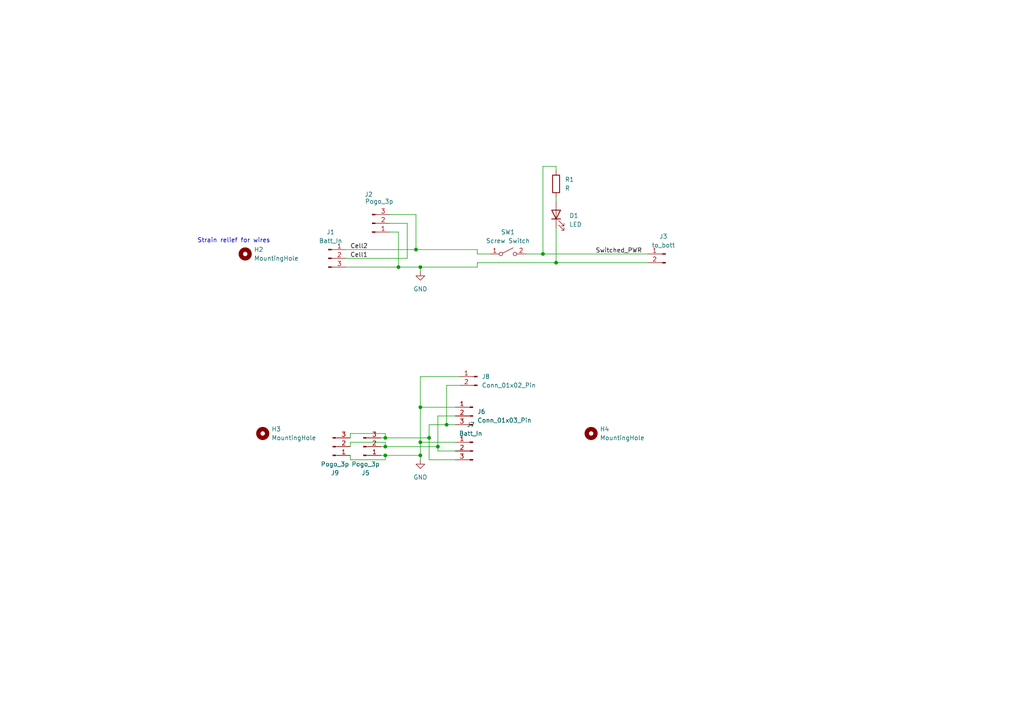
<source format=kicad_sch>
(kicad_sch (version 20231120) (generator "eeschema") (generator_version "8.0")
  (paper "A4")
  (lib_symbols
    (symbol "Connector:Conn_01x02_Pin" (pin_names (offset 1.016) hide)
      (property "Reference" "J" (at 0 2.54 0))
      (property "Value" "Conn_01x02_Pin" (at 0 -5.08 0))
      (symbol "Conn_01x02_Pin_1_1"
        (polyline (pts (xy 1.27 -2.54) (xy 0.8636 -2.54)) (stroke (width 0.1524)))
        (polyline (pts (xy 1.27 0) (xy 0.8636 0)) (stroke (width 0.1524)))
        (rectangle (start 0.8636 -2.413) (end 0 -2.667) (stroke (width 0.1524)) (fill (type outline)))
        (rectangle (start 0.8636 0.127) (end 0 -0.127) (stroke (width 0.1524)) (fill (type outline)))
        (pin passive line (at 5.08 0 180) (length 3.81) (name "Pin_1") (number "1"))
        (pin passive line (at 5.08 -2.54 180) (length 3.81) (name "Pin_2") (number "2"))
      )
    )
    (symbol "Connector:Conn_01x03_Pin" (pin_names (offset 1.016) hide)
      (property "Reference" "J" (at 0 5.08 0))
      (property "Value" "Conn_01x03_Pin" (at 0 -5.08 0))
      (symbol "Conn_01x03_Pin_1_1"
        (polyline (pts (xy 1.27 -2.54) (xy 0.8636 -2.54)) (stroke (width 0.1524)))
        (polyline (pts (xy 1.27 0) (xy 0.8636 0)) (stroke (width 0.1524)))
        (polyline (pts (xy 1.27 2.54) (xy 0.8636 2.54)) (stroke (width 0.1524)))
        (rectangle (start 0.8636 -2.413) (end 0 -2.667) (stroke (width 0.1524)) (fill (type outline)))
        (rectangle (start 0.8636 0.127) (end 0 -0.127) (stroke (width 0.1524)) (fill (type outline)))
        (rectangle (start 0.8636 2.667) (end 0 2.413) (stroke (width 0.1524)) (fill (type outline)))
        (pin passive line (at 5.08 2.54 180) (length 3.81) (name "Pin_1") (number "1"))
        (pin passive line (at 5.08 0 180) (length 3.81) (name "Pin_2") (number "2"))
        (pin passive line (at 5.08 -2.54 180) (length 3.81) (name "Pin_3") (number "3"))
      )
    )
    (symbol "Device:LED" (pin_numbers hide) (pin_names (offset 1.016) hide)
      (property "Reference" "D" (at 0 2.54 0))
      (property "Value" "LED" (at 0 -2.54 0))
      (symbol "LED_0_1"
        (polyline (pts (xy -1.27 -1.27) (xy -1.27 1.27)) (stroke (width 0.254)))
        (polyline (pts (xy -1.27 0) (xy 1.27 0)))
        (polyline (pts (xy 1.27 -1.27) (xy 1.27 1.27) (xy -1.27 0) (xy 1.27 -1.27)) (stroke (width 0.254)))
        (polyline (pts (xy -3.048 -0.762) (xy -4.572 -2.286) (xy -3.81 -2.286) (xy -4.572 -2.286) (xy -4.572 -1.524)))
        (polyline (pts (xy -1.778 -0.762) (xy -3.302 -2.286) (xy -2.54 -2.286) (xy -3.302 -2.286) (xy -3.302 -1.524)))
      )
      (symbol "LED_1_1"
        (pin passive line (at -3.81 0 0) (length 2.54) (name "K") (number "1"))
        (pin passive line (at 3.81 0 180) (length 2.54) (name "A") (number "2"))
      )
    )
    (symbol "Device:R" (pin_numbers hide) (pin_names (offset 0))
      (property "Reference" "R" (at 2.032 0 90))
      (property "Value" "R" (at 0 0 90))
      (symbol "R_0_1"
        (rectangle (start -1.016 -2.54) (end 1.016 2.54) (stroke (width 0.254)))
      )
      (symbol "R_1_1"
        (pin passive line (at 0 3.81 270) (length 1.27) (name "~") (number "1"))
        (pin passive line (at 0 -3.81 90) (length 1.27) (name "~") (number "2"))
      )
    )
    (symbol "Mechanical:MountingHole" (pin_names (offset 1.016)) (exclude_from_sim yes) (in_bom no)
      (property "Reference" "H" (at 0 5.08 0))
      (property "Value" "MountingHole" (at 0 3.175 0))
      (symbol "MountingHole_0_1"
        (circle (center 0 0) (radius 1.27) (stroke (width 1.27)))
      )
    )
    (symbol "Switch:SW_SPST" (pin_names (offset 0) hide)
      (property "Reference" "SW" (at 0 3.175 0))
      (property "Value" "SW_SPST" (at 0 -2.54 0))
      (symbol "SW_SPST_0_0"
        (circle (center -2.032 0) (radius 0.508))
        (polyline (pts (xy -1.524 0.254) (xy 1.524 1.778)))
        (circle (center 2.032 0) (radius 0.508))
      )
      (symbol "SW_SPST_1_1"
        (pin passive line (at -5.08 0 0) (length 2.54) (name "A") (number "1"))
        (pin passive line (at 5.08 0 180) (length 2.54) (name "B") (number "2"))
      )
    )
    (symbol "power:GND" (power) (pin_numbers hide) (pin_names (offset 0) hide)
      (property "Value" "GND" (at 0 -3.81 0))
      (symbol "GND_0_1"
        (polyline (pts (xy 0 0) (xy 0 -1.27) (xy 1.27 -1.27) (xy 0 -2.54) (xy -1.27 -1.27) (xy 0 -1.27)))
      )
      (symbol "GND_1_1"
        (pin power_in line (at 0 0 270) (length 0) (name "~") (number "1"))
      )
    )
  )
  (junction (at 121.92 132.08))
  (junction (at 111.76 127))
  (junction (at 129.54 123.19))
  (junction (at 120.65 72.39))
  (junction (at 121.92 128.27))
  (junction (at 121.92 77.47))
  (junction (at 157.48 73.66))
  (junction (at 121.92 118.11))
  (junction (at 115.57 77.47))
  (junction (at 127 129.54))
  (junction (at 124.46 127))
  (junction (at 161.29 76.2))
  (junction (at 111.76 132.08))
  (junction (at 111.76 129.54))
  (wire (pts (xy 121.92 128.27) (xy 121.92 132.08)))
  (wire (pts (xy 111.76 125.73) (xy 111.76 127)))
  (wire (pts (xy 113.03 64.77) (xy 118.11 64.77)))
  (wire (pts (xy 113.03 62.23) (xy 120.65 62.23)))
  (wire (pts (xy 101.6 125.73) (xy 111.76 125.73)))
  (wire (pts (xy 161.29 57.15) (xy 161.29 58.42)))
  (wire (pts (xy 138.43 73.66) (xy 142.24 73.66)))
  (wire (pts (xy 101.6 127) (xy 101.6 125.73)))
  (wire (pts (xy 138.43 76.2) (xy 138.43 77.47)))
  (wire (pts (xy 132.08 133.35) (xy 124.46 133.35)))
  (wire (pts (xy 101.6 132.08) (xy 101.6 133.35)))
  (wire (pts (xy 101.6 128.27) (xy 111.76 128.27)))
  (wire (pts (xy 121.92 133.35) (xy 121.92 132.08)))
  (wire (pts (xy 101.6 129.54) (xy 101.6 128.27)))
  (wire (pts (xy 100.33 74.93) (xy 118.11 74.93)))
  (wire (pts (xy 129.54 123.19) (xy 124.46 123.19)))
  (wire (pts (xy 127 120.65) (xy 127 129.54)))
  (wire (pts (xy 101.6 133.35) (xy 111.76 133.35)))
  (wire (pts (xy 110.49 132.08) (xy 111.76 132.08)))
  (wire (pts (xy 113.03 67.31) (xy 115.57 67.31)))
  (wire (pts (xy 121.92 77.47) (xy 115.57 77.47)))
  (wire (pts (xy 120.65 72.39) (xy 138.43 72.39)))
  (wire (pts (xy 111.76 133.35) (xy 111.76 132.08)))
  (wire (pts (xy 100.33 72.39) (xy 120.65 72.39)))
  (wire (pts (xy 111.76 128.27) (xy 111.76 129.54)))
  (wire (pts (xy 115.57 77.47) (xy 100.33 77.47)))
  (wire (pts (xy 132.08 118.11) (xy 121.92 118.11)))
  (wire (pts (xy 161.29 76.2) (xy 187.96 76.2)))
  (wire (pts (xy 120.65 62.23) (xy 120.65 72.39)))
  (wire (pts (xy 132.08 120.65) (xy 127 120.65)))
  (wire (pts (xy 124.46 123.19) (xy 124.46 127)))
  (wire (pts (xy 138.43 76.2) (xy 161.29 76.2)))
  (wire (pts (xy 118.11 64.77) (xy 118.11 74.93)))
  (wire (pts (xy 157.48 73.66) (xy 157.48 48.26)))
  (wire (pts (xy 138.43 73.66) (xy 138.43 72.39)))
  (wire (pts (xy 138.43 77.47) (xy 121.92 77.47)))
  (wire (pts (xy 121.92 128.27) (xy 132.08 128.27)))
  (wire (pts (xy 129.54 111.76) (xy 129.54 123.19)))
  (wire (pts (xy 127 130.81) (xy 132.08 130.81)))
  (wire (pts (xy 161.29 66.04) (xy 161.29 76.2)))
  (wire (pts (xy 110.49 129.54) (xy 111.76 129.54)))
  (wire (pts (xy 111.76 127) (xy 110.49 127)))
  (wire (pts (xy 157.48 48.26) (xy 161.29 48.26)))
  (wire (pts (xy 127 129.54) (xy 127 130.81)))
  (wire (pts (xy 121.92 77.47) (xy 121.92 78.74)))
  (wire (pts (xy 124.46 127) (xy 111.76 127)))
  (wire (pts (xy 132.08 123.19) (xy 129.54 123.19)))
  (wire (pts (xy 121.92 118.11) (xy 121.92 128.27)))
  (wire (pts (xy 152.4 73.66) (xy 157.48 73.66)))
  (wire (pts (xy 133.35 111.76) (xy 129.54 111.76)))
  (wire (pts (xy 115.57 67.31) (xy 115.57 77.47)))
  (wire (pts (xy 157.48 73.66) (xy 187.96 73.66)))
  (wire (pts (xy 111.76 129.54) (xy 127 129.54)))
  (wire (pts (xy 133.35 109.22) (xy 121.92 109.22)))
  (wire (pts (xy 121.92 109.22) (xy 121.92 118.11)))
  (wire (pts (xy 124.46 133.35) (xy 124.46 127)))
  (wire (pts (xy 161.29 48.26) (xy 161.29 49.53)))
  (wire (pts (xy 111.76 132.08) (xy 121.92 132.08)))
  (text "Strain relief for wires" (at 67.818 69.85 0) (effects (font (size 1.27 1.27))))
  (label "Switched_PWR" (at 172.72 73.66 0))
  (label "Cell2" (at 101.6 72.39 0))
  (label "Cell1" (at 106.68 74.93 180))
  (symbol (lib_id "Mechanical:MountingHole") (at 71.12 73.66 0) (unit 1) (exclude_from_sim yes) (in_bom no)
    (property "Reference" "H2" (at 73.66 72.3899 0) (effects (justify left)))
    (property "Value" "MountingHole" (at 73.66 74.9299 0) (effects (justify left)))
    (property "Footprint" "MountingHole:MountingHole_4.3mm_M4" (effects (hide yes)))
    (property "Description" "Mounting Hole without connection" (effects (hide yes)))
  )
  (symbol (lib_id "Switch:SW_SPST") (at 147.32 73.66 0) (unit 1)
    (property "Reference" "SW1" (at 147.32 67.31 0))
    (property "Value" "Screw Switch" (at 147.32 69.85 0))
    (property "Footprint" "footprints:Screw_Switch_M1.6" (effects (hide yes)))
    (property "Description" "Single Pole Single Throw (SPST) switch" (effects (hide yes)))
  )
  (symbol (lib_id "power:GND") (at 121.92 133.35 0) (unit 1)
    (property "Reference" "#PWR02" (effects (hide yes)))
    (property "Value" "GND" (at 121.92 138.43 0))
    (property "Description" "Power symbol creates a global label with name \"GND\" , ground" (effects (hide yes)))
  )
  (symbol (lib_id "power:GND") (at 121.92 78.74 0) (unit 1)
    (property "Reference" "#PWR01" (effects (hide yes)))
    (property "Value" "GND" (at 121.92 83.82 0))
    (property "Description" "Power symbol creates a global label with name \"GND\" , ground" (effects (hide yes)))
  )
  (symbol (lib_id "Device:LED") (at 161.29 62.23 90) (unit 1)
    (property "Reference" "D1" (at 165.1 62.5474 90) (effects (justify right)))
    (property "Value" "LED" (at 165.1 65.0874 90) (effects (justify right)))
    (property "Footprint" "LED_SMD:LED_0805_2012Metric_Pad1.15x1.40mm_HandSolder" (effects (hide yes)))
    (property "Description" "Light emitting diode" (effects (hide yes)))
  )
  (symbol (lib_id "Connector:Conn_01x03_Pin") (at 105.41 129.54 0) (mirror x) (unit 1)
    (property "Reference" "J5" (at 106.045 137.16 0))
    (property "Value" "Pogo_3p" (at 106.045 134.62 0))
    (property "Footprint" "footprints:Pogo_3P" (effects (hide yes)))
    (property "Description" "Generic connector, single row, 01x03, script generated" (effects (hide yes)))
  )
  (symbol (lib_id "Mechanical:MountingHole") (at 171.45 125.73 0) (unit 1) (exclude_from_sim yes) (in_bom no)
    (property "Reference" "H4" (at 173.99 124.4599 0) (effects (justify left)))
    (property "Value" "MountingHole" (at 173.99 126.9999 0) (effects (justify left)))
    (property "Footprint" "MountingHole:MountingHole_3.2mm_M3" (effects (hide yes)))
    (property "Description" "Mounting Hole without connection" (effects (hide yes)))
  )
  (symbol (lib_id "Connector:Conn_01x02_Pin") (at 193.04 73.66 0) (mirror y) (unit 1)
    (property "Reference" "J3" (at 192.405 68.58 0))
    (property "Value" "to_bott" (at 192.405 71.12 0))
    (property "Footprint" "Connector_JST:JST_XH_B2B-XH-A_1x02_P2.50mm_Vertical" (effects (hide yes)))
    (property "Description" "Generic connector, single row, 01x02, script generated" (effects (hide yes)))
  )
  (symbol (lib_id "Mechanical:MountingHole") (at 76.2 125.73 0) (unit 1) (exclude_from_sim yes) (in_bom no)
    (property "Reference" "H3" (at 78.74 124.4599 0) (effects (justify left)))
    (property "Value" "MountingHole" (at 78.74 126.9999 0) (effects (justify left)))
    (property "Footprint" "MountingHole:MountingHole_4.3mm_M4" (effects (hide yes)))
    (property "Description" "Mounting Hole without connection" (effects (hide yes)))
  )
  (symbol (lib_id "Connector:Conn_01x03_Pin") (at 95.25 74.93 0) (unit 1)
    (property "Reference" "J1" (at 95.885 67.31 0))
    (property "Value" "Batt_In" (at 95.885 69.85 0))
    (property "Footprint" "Connector_JST:JST_XH_B3B-XH-A_1x03_P2.50mm_Vertical" (effects (hide yes)))
    (property "Description" "Generic connector, single row, 01x03, script generated" (effects (hide yes)))
  )
  (symbol (lib_id "Connector:Conn_01x03_Pin") (at 107.95 64.77 0) (mirror x) (unit 1)
    (property "Reference" "J2" (at 106.934 56.388 0))
    (property "Value" "Pogo_3p" (at 109.982 58.42 0))
    (property "Footprint" "footprints:Pogo_3P" (effects (hide yes)))
    (property "Description" "Generic connector, single row, 01x03, script generated" (effects (hide yes)))
  )
  (symbol (lib_id "Connector:Conn_01x03_Pin") (at 137.16 130.81 0) (mirror y) (unit 1)
    (property "Reference" "J7" (at 136.525 123.19 0))
    (property "Value" "Batt_In" (at 136.525 125.73 0))
    (property "Footprint" "Connector_JST:JST_XH_B3B-XH-A_1x03_P2.50mm_Vertical" (effects (hide yes)))
    (property "Description" "Generic connector, single row, 01x03, script generated" (effects (hide yes)))
  )
  (symbol (lib_id "Connector:Conn_01x03_Pin") (at 137.16 120.65 0) (mirror y) (unit 1)
    (property "Reference" "J6" (at 138.43 119.3799 0) (effects (justify right)))
    (property "Value" "Conn_01x03_Pin" (at 138.43 121.9199 0) (effects (justify right)))
    (property "Footprint" "Connector_PinHeader_2.54mm:PinHeader_1x03_P2.54mm_Vertical" (effects (hide yes)))
    (property "Description" "Generic connector, single row, 01x03, script generated" (effects (hide yes)))
  )
  (symbol (lib_id "Connector:Conn_01x03_Pin") (at 96.52 129.54 0) (mirror x) (unit 1)
    (property "Reference" "J9" (at 97.155 137.16 0))
    (property "Value" "Pogo_3p" (at 97.155 134.62 0))
    (property "Footprint" "footprints:Pogo_Pin_Connection" (effects (hide yes)))
    (property "Description" "Generic connector, single row, 01x03, script generated" (effects (hide yes)))
  )
  (symbol (lib_id "Device:R") (at 161.29 53.34 0) (unit 1)
    (property "Reference" "R1" (at 163.83 52.0699 0) (effects (justify left)))
    (property "Value" "R" (at 163.83 54.6099 0) (effects (justify left)))
    (property "Footprint" "Resistor_SMD:R_0805_2012Metric_Pad1.20x1.40mm_HandSolder" (effects (hide yes)))
    (property "Description" "Resistor" (effects (hide yes)))
  )
  (symbol (lib_id "Connector:Conn_01x02_Pin") (at 138.43 109.22 0) (mirror y) (unit 1)
    (property "Reference" "J8" (at 139.7 109.2199 0) (effects (justify right)))
    (property "Value" "Conn_01x02_Pin" (at 139.7 111.7599 0) (effects (justify right)))
    (property "Footprint" "Connector_PinHeader_2.54mm:PinHeader_1x02_P2.54mm_Vertical" (effects (hide yes)))
    (property "Description" "Generic connector, single row, 01x02, script generated" (effects (hide yes)))
  )
)
</source>
